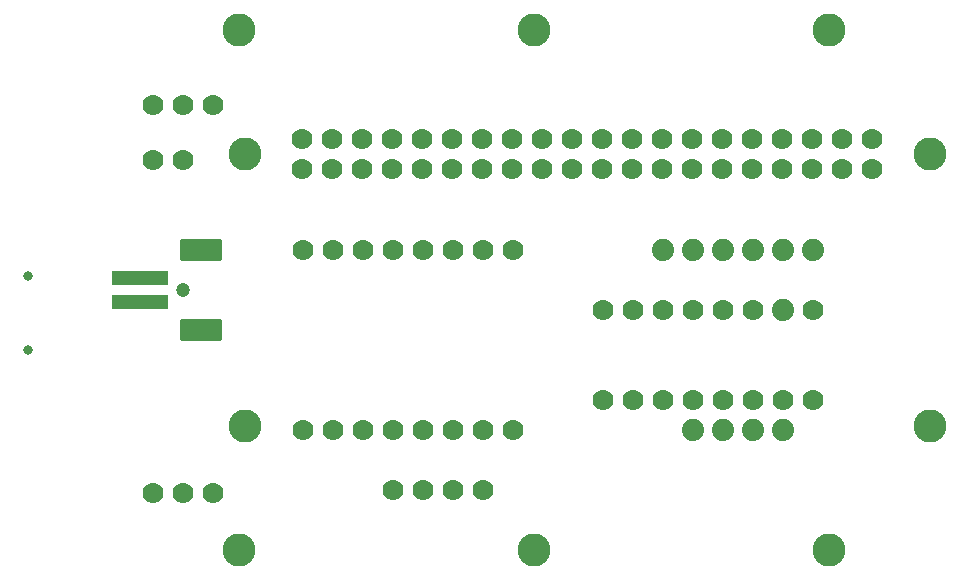
<source format=gbr>
%TF.GenerationSoftware,KiCad,Pcbnew,(6.0.7-1)-1*%
%TF.CreationDate,2022-09-05T19:59:37-07:00*%
%TF.ProjectId,KamiPCBv2,4b616d69-5043-4427-9632-2e6b69636164,rev?*%
%TF.SameCoordinates,Original*%
%TF.FileFunction,Soldermask,Bot*%
%TF.FilePolarity,Negative*%
%FSLAX46Y46*%
G04 Gerber Fmt 4.6, Leading zero omitted, Abs format (unit mm)*
G04 Created by KiCad (PCBNEW (6.0.7-1)-1) date 2022-09-05 19:59:37*
%MOMM*%
%LPD*%
G01*
G04 APERTURE LIST*
G04 Aperture macros list*
%AMRoundRect*
0 Rectangle with rounded corners*
0 $1 Rounding radius*
0 $2 $3 $4 $5 $6 $7 $8 $9 X,Y pos of 4 corners*
0 Add a 4 corners polygon primitive as box body*
4,1,4,$2,$3,$4,$5,$6,$7,$8,$9,$2,$3,0*
0 Add four circle primitives for the rounded corners*
1,1,$1+$1,$2,$3*
1,1,$1+$1,$4,$5*
1,1,$1+$1,$6,$7*
1,1,$1+$1,$8,$9*
0 Add four rect primitives between the rounded corners*
20,1,$1+$1,$2,$3,$4,$5,0*
20,1,$1+$1,$4,$5,$6,$7,0*
20,1,$1+$1,$6,$7,$8,$9,0*
20,1,$1+$1,$8,$9,$2,$3,0*%
G04 Aperture macros list end*
%ADD10C,0.800000*%
%ADD11RoundRect,0.101600X-1.700000X-0.800000X1.700000X-0.800000X1.700000X0.800000X-1.700000X0.800000X0*%
%ADD12RoundRect,0.101600X-2.300000X0.500000X-2.300000X-0.500000X2.300000X-0.500000X2.300000X0.500000X0*%
%ADD13C,1.879600*%
%ADD14C,1.778000*%
%ADD15C,2.800000*%
%ADD16RoundRect,0.601600X0.000000X0.000000X0.000000X0.000000X0.000000X0.000000X0.000000X0.000000X0*%
G04 APERTURE END LIST*
D10*
%TO.C,*%
X101140000Y-110125000D03*
X101140000Y-103875000D03*
%TD*%
D11*
%TO.C,X1*%
X115800000Y-108400000D03*
X115800000Y-101600000D03*
D12*
X110600000Y-104000000D03*
X110600000Y-106000000D03*
%TD*%
D13*
%TO.C,*%
X160020000Y-116840000D03*
%TD*%
%TO.C,*%
X165100000Y-116840000D03*
%TD*%
D14*
%TO.C,*%
X149860000Y-114300000D03*
%TD*%
%TO.C,*%
X137160000Y-101600000D03*
%TD*%
D15*
%TO.C,*%
X144000800Y-83003300D03*
%TD*%
D14*
%TO.C,*%
X132080000Y-101600000D03*
%TD*%
%TO.C,*%
X152400000Y-114300000D03*
%TD*%
%TO.C,*%
X149860000Y-106680000D03*
%TD*%
D13*
%TO.C,*%
X165100000Y-106680000D03*
%TD*%
D15*
%TO.C,*%
X119000800Y-83003300D03*
%TD*%
D14*
%TO.C,*%
X114300000Y-89360000D03*
%TD*%
%TO.C,*%
X154940000Y-114300000D03*
%TD*%
D15*
%TO.C,*%
X169000800Y-127000000D03*
%TD*%
D14*
%TO.C,*%
X137160000Y-116840000D03*
%TD*%
%TO.C,*%
X157480000Y-114300000D03*
%TD*%
%TO.C,*%
X129540000Y-116840000D03*
%TD*%
D15*
%TO.C,RPI1*%
X119500757Y-93503271D03*
X119500757Y-116503271D03*
X177500757Y-116503271D03*
X177500757Y-93503271D03*
D14*
X124370757Y-94773271D03*
X124370757Y-92233271D03*
X126910757Y-94773271D03*
X126910757Y-92233271D03*
X129450757Y-94773271D03*
X129450757Y-92233271D03*
X131990757Y-94773271D03*
X131990757Y-92233271D03*
X134530757Y-94773271D03*
X134530757Y-92233271D03*
X137070757Y-94773271D03*
X137070757Y-92233271D03*
X139610757Y-94773271D03*
X139610757Y-92233271D03*
X142150757Y-94773271D03*
X142150757Y-92233271D03*
X144690757Y-94773271D03*
X144690757Y-92233271D03*
X147230757Y-94773271D03*
X147230757Y-92233271D03*
X149770757Y-94773271D03*
X149770757Y-92233271D03*
X152310757Y-94773271D03*
X152310757Y-92233271D03*
X154850757Y-94773271D03*
X154850757Y-92233271D03*
X157390757Y-94773271D03*
X157390757Y-92233271D03*
X159930757Y-94773271D03*
X159930757Y-92233271D03*
X162470757Y-94773271D03*
X162470757Y-92233271D03*
X165010757Y-94773271D03*
X165010757Y-92233271D03*
X167550757Y-94773271D03*
X167550757Y-92233271D03*
X170090757Y-94773271D03*
X170090757Y-92233271D03*
X172630757Y-94773271D03*
X172630757Y-92233271D03*
%TD*%
%TO.C,*%
X137160000Y-121920000D03*
%TD*%
%TO.C,*%
X134620000Y-121920000D03*
%TD*%
%TO.C,*%
X127000000Y-101600000D03*
%TD*%
%TO.C,*%
X124460000Y-116840000D03*
%TD*%
%TO.C,*%
X129540000Y-101600000D03*
%TD*%
%TO.C,*%
X167640000Y-106680000D03*
%TD*%
%TO.C,*%
X111760000Y-89360000D03*
%TD*%
%TO.C,*%
X154940000Y-106680000D03*
%TD*%
%TO.C,*%
X139700000Y-121920000D03*
%TD*%
%TO.C,*%
X111760000Y-93980000D03*
%TD*%
%TO.C,*%
X139700000Y-101600000D03*
%TD*%
%TO.C,*%
X124460000Y-101600000D03*
%TD*%
%TO.C,*%
X165100000Y-114300000D03*
%TD*%
D16*
%TO.C,FID1*%
X114300000Y-105000000D03*
%TD*%
D14*
%TO.C,*%
X160020000Y-106680000D03*
%TD*%
%TO.C,*%
X114300000Y-122180029D03*
%TD*%
%TO.C,*%
X111760000Y-122180029D03*
%TD*%
%TO.C,*%
X152400000Y-106680000D03*
%TD*%
%TO.C,*%
X160020000Y-114300000D03*
%TD*%
%TO.C,*%
X139700000Y-116840000D03*
%TD*%
%TO.C,*%
X167640000Y-114300000D03*
%TD*%
D15*
%TO.C,*%
X119000800Y-127003300D03*
%TD*%
%TO.C,*%
X144000800Y-127003300D03*
%TD*%
D14*
%TO.C,*%
X134620000Y-116840000D03*
%TD*%
%TO.C,*%
X162560000Y-106680000D03*
%TD*%
%TO.C,*%
X142240000Y-101600000D03*
%TD*%
D13*
%TO.C,JP1*%
X154940000Y-101600000D03*
X167640000Y-101600000D03*
X165100000Y-101600000D03*
X162560000Y-101600000D03*
X160020000Y-101600000D03*
X157480000Y-101600000D03*
%TD*%
D14*
%TO.C,*%
X142240000Y-116840000D03*
%TD*%
%TO.C,*%
X162560000Y-114300000D03*
%TD*%
D13*
%TO.C,*%
X157480000Y-116840000D03*
%TD*%
D14*
%TO.C,*%
X134620000Y-101600000D03*
%TD*%
%TO.C,*%
X127000000Y-116840000D03*
%TD*%
D13*
%TO.C,*%
X162560000Y-116840000D03*
%TD*%
D14*
%TO.C,*%
X132080000Y-121920000D03*
%TD*%
%TO.C,*%
X132080000Y-116840000D03*
%TD*%
%TO.C,*%
X116840000Y-89360000D03*
%TD*%
%TO.C,*%
X157480000Y-106680000D03*
%TD*%
D15*
%TO.C,*%
X169000800Y-83003300D03*
%TD*%
D14*
%TO.C,*%
X116840000Y-122180029D03*
%TD*%
%TO.C,*%
X114300000Y-93980000D03*
%TD*%
M02*

</source>
